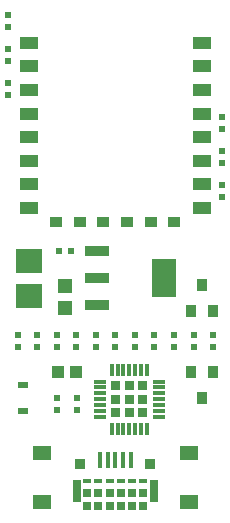
<source format=gtp>
G04 Layer_Color=8421504*
%FSLAX25Y25*%
%MOIN*%
G70*
G01*
G75*
%ADD10R,0.08268X0.03543*%
%ADD11R,0.08268X0.12598*%
%ADD12R,0.02000X0.02000*%
%ADD13R,0.01181X0.03937*%
%ADD14R,0.03937X0.01181*%
%ADD15R,0.03937X0.01181*%
%ADD16R,0.01181X0.03937*%
%ADD18R,0.02000X0.02000*%
%ADD19R,0.03740X0.03937*%
%ADD20R,0.01500X0.05400*%
%ADD21R,0.06299X0.03937*%
%ADD22R,0.03937X0.03543*%
%ADD23R,0.05906X0.04500*%
%ADD24R,0.03937X0.03937*%
%ADD25R,0.08661X0.07874*%
%ADD26R,0.05000X0.05000*%
%ADD27R,0.03268X0.02480*%
%ADD56R,0.02900X0.07500*%
%ADD57R,0.02500X0.02900*%
%ADD58R,0.02500X0.01600*%
%ADD59R,0.03700X0.03500*%
G36*
X10700Y-112900D02*
X7700D01*
Y-109900D01*
X10700D01*
Y-112900D01*
D02*
G37*
G36*
X1700Y-108400D02*
X-1300D01*
Y-105400D01*
X1700D01*
Y-108400D01*
D02*
G37*
G36*
Y-112900D02*
X-1300D01*
Y-109900D01*
X1700D01*
Y-112900D01*
D02*
G37*
G36*
X6200D02*
X3200D01*
Y-109900D01*
X6200D01*
Y-112900D01*
D02*
G37*
G36*
Y-108400D02*
X3200D01*
Y-105400D01*
X6200D01*
Y-108400D01*
D02*
G37*
G36*
Y-103900D02*
X3200D01*
Y-100900D01*
X6200D01*
Y-103900D01*
D02*
G37*
G36*
X10700D02*
X7700D01*
Y-100900D01*
X10700D01*
Y-103900D01*
D02*
G37*
G36*
Y-108400D02*
X7700D01*
Y-105400D01*
X10700D01*
Y-108400D01*
D02*
G37*
G36*
X1700Y-103900D02*
X-1300D01*
Y-100900D01*
X1700D01*
Y-103900D01*
D02*
G37*
D10*
X-6120Y-57545D02*
D03*
Y-66600D02*
D03*
Y-75655D02*
D03*
D11*
X16320Y-66600D02*
D03*
D12*
X-18700Y-57545D02*
D03*
X-14700D02*
D03*
D13*
X8637Y-97058D02*
D03*
Y-116743D02*
D03*
X6668D02*
D03*
X4700D02*
D03*
X2732D02*
D03*
X763D02*
D03*
X-1206D02*
D03*
Y-97058D02*
D03*
X763D02*
D03*
X2732D02*
D03*
X4700D02*
D03*
X6668D02*
D03*
X10605D02*
D03*
D14*
X-5142Y-108869D02*
D03*
X14543Y-100995D02*
D03*
Y-102964D02*
D03*
Y-104932D02*
D03*
Y-106901D02*
D03*
Y-108869D02*
D03*
Y-110838D02*
D03*
X-5142Y-112806D02*
D03*
Y-110838D02*
D03*
Y-106901D02*
D03*
Y-104932D02*
D03*
Y-102964D02*
D03*
Y-100995D02*
D03*
D15*
X14542Y-112805D02*
D03*
D16*
X10605Y-116742D02*
D03*
D18*
X-26075Y-85476D02*
D03*
Y-89476D02*
D03*
X-35600Y17100D02*
D03*
Y21100D02*
D03*
X-13037Y-85476D02*
D03*
Y-89476D02*
D03*
X19556Y-85476D02*
D03*
Y-89476D02*
D03*
X32593D02*
D03*
Y-85476D02*
D03*
X13037Y-89476D02*
D03*
Y-85476D02*
D03*
X-35600Y-5600D02*
D03*
Y-1600D02*
D03*
X6519Y-89438D02*
D03*
Y-85438D02*
D03*
X-35600Y5731D02*
D03*
Y9731D02*
D03*
X26075Y-89476D02*
D03*
Y-85476D02*
D03*
X35600Y-39400D02*
D03*
Y-35400D02*
D03*
Y-28050D02*
D03*
Y-24050D02*
D03*
Y-12700D02*
D03*
Y-16700D02*
D03*
X-19556Y-85476D02*
D03*
Y-89476D02*
D03*
X-32593Y-85476D02*
D03*
Y-89476D02*
D03*
X-6519D02*
D03*
Y-85476D02*
D03*
X-19380Y-106400D02*
D03*
Y-110400D02*
D03*
X-12920Y-106400D02*
D03*
Y-110400D02*
D03*
X0Y-89438D02*
D03*
Y-85438D02*
D03*
D19*
X25113Y-77612D02*
D03*
X32593Y-77612D02*
D03*
X28853Y-68753D02*
D03*
Y-106516D02*
D03*
X25113Y-97658D02*
D03*
X32593Y-97658D02*
D03*
D20*
X-5100Y-127000D02*
D03*
X2550D02*
D03*
X5100D02*
D03*
X0D02*
D03*
X-2550D02*
D03*
D21*
X28740Y-43176D02*
D03*
Y-35302D02*
D03*
Y-27428D02*
D03*
Y-19554D02*
D03*
Y-11680D02*
D03*
Y-3805D02*
D03*
Y4069D02*
D03*
Y11942D02*
D03*
X-28740D02*
D03*
Y4069D02*
D03*
Y-3805D02*
D03*
Y-11680D02*
D03*
Y-19554D02*
D03*
Y-27428D02*
D03*
Y-35302D02*
D03*
Y-43176D02*
D03*
D22*
X-19685Y-47900D02*
D03*
X-11811D02*
D03*
X-3937D02*
D03*
X3937D02*
D03*
X11811D02*
D03*
X19685D02*
D03*
D23*
X24500Y-141169D02*
D03*
Y-124831D02*
D03*
X-24500Y-141169D02*
D03*
Y-124831D02*
D03*
D24*
X-19250Y-97700D02*
D03*
X-12950D02*
D03*
D25*
X-28900Y-72505D02*
D03*
Y-60694D02*
D03*
D26*
X-16700Y-76481D02*
D03*
Y-69081D02*
D03*
D27*
X-30700Y-110890D02*
D03*
Y-102110D02*
D03*
D56*
X12750Y-137450D02*
D03*
X-12750D02*
D03*
D57*
X5610Y-142550D02*
D03*
X1870D02*
D03*
X-1870D02*
D03*
X-5610D02*
D03*
X-9350D02*
D03*
X9350D02*
D03*
X5610Y-138100D02*
D03*
X1870D02*
D03*
X-1870D02*
D03*
X-5610D02*
D03*
X-9350D02*
D03*
X9350D02*
D03*
D58*
X5610Y-134300D02*
D03*
X1870D02*
D03*
X9350D02*
D03*
X-9350D02*
D03*
X-5610D02*
D03*
X-1870D02*
D03*
D59*
X-11650Y-128550D02*
D03*
X11650D02*
D03*
M02*

</source>
